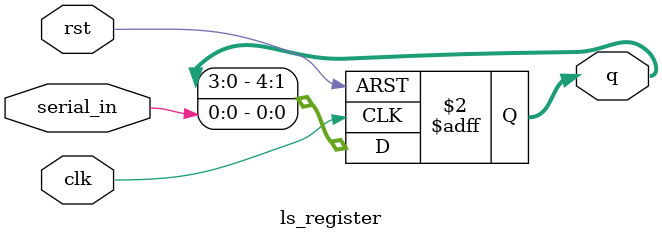
<source format=sv>
module ls_register (
  input clk,
  input rst,
  input serial_in,
  output reg [4:0] q
);

  always @(posedge clk or posedge rst)
    if (rst)
      q <= 5'b00000;
    else
      q <= {q[3:0], serial_in};

endmodule

</source>
